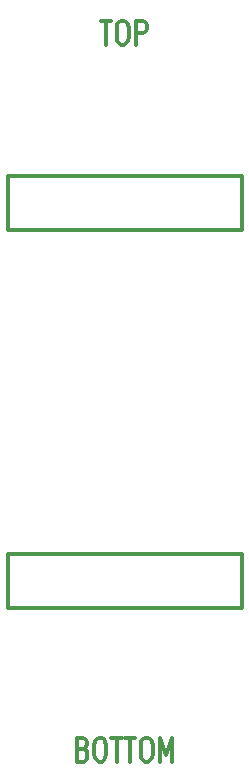
<source format=gbo>
G04 (created by PCBNEW-RS274X (2011-aug-04)-testing) date Sun 07 Apr 2013 12:32:43 PM PDT*
G01*
G70*
G90*
%MOIN*%
G04 Gerber Fmt 3.4, Leading zero omitted, Abs format*
%FSLAX34Y34*%
G04 APERTURE LIST*
%ADD10C,0.006000*%
%ADD11C,0.012000*%
G04 APERTURE END LIST*
G54D10*
G54D11*
X24913Y-44505D02*
X24999Y-44543D01*
X25027Y-44581D01*
X25056Y-44657D01*
X25056Y-44771D01*
X25027Y-44848D01*
X24999Y-44886D01*
X24941Y-44924D01*
X24713Y-44924D01*
X24713Y-44124D01*
X24913Y-44124D01*
X24970Y-44162D01*
X24999Y-44200D01*
X25027Y-44276D01*
X25027Y-44352D01*
X24999Y-44429D01*
X24970Y-44467D01*
X24913Y-44505D01*
X24713Y-44505D01*
X25427Y-44124D02*
X25541Y-44124D01*
X25599Y-44162D01*
X25656Y-44238D01*
X25684Y-44390D01*
X25684Y-44657D01*
X25656Y-44810D01*
X25599Y-44886D01*
X25541Y-44924D01*
X25427Y-44924D01*
X25370Y-44886D01*
X25313Y-44810D01*
X25284Y-44657D01*
X25284Y-44390D01*
X25313Y-44238D01*
X25370Y-44162D01*
X25427Y-44124D01*
X25856Y-44124D02*
X26199Y-44124D01*
X26028Y-44924D02*
X26028Y-44124D01*
X26313Y-44124D02*
X26656Y-44124D01*
X26485Y-44924D02*
X26485Y-44124D01*
X26970Y-44124D02*
X27084Y-44124D01*
X27142Y-44162D01*
X27199Y-44238D01*
X27227Y-44390D01*
X27227Y-44657D01*
X27199Y-44810D01*
X27142Y-44886D01*
X27084Y-44924D01*
X26970Y-44924D01*
X26913Y-44886D01*
X26856Y-44810D01*
X26827Y-44657D01*
X26827Y-44390D01*
X26856Y-44238D01*
X26913Y-44162D01*
X26970Y-44124D01*
X27485Y-44924D02*
X27485Y-44124D01*
X27685Y-44695D01*
X27885Y-44124D01*
X27885Y-44924D01*
X25513Y-20224D02*
X25856Y-20224D01*
X25685Y-21024D02*
X25685Y-20224D01*
X26170Y-20224D02*
X26284Y-20224D01*
X26342Y-20262D01*
X26399Y-20338D01*
X26427Y-20490D01*
X26427Y-20757D01*
X26399Y-20910D01*
X26342Y-20986D01*
X26284Y-21024D01*
X26170Y-21024D01*
X26113Y-20986D01*
X26056Y-20910D01*
X26027Y-20757D01*
X26027Y-20490D01*
X26056Y-20338D01*
X26113Y-20262D01*
X26170Y-20224D01*
X26685Y-21024D02*
X26685Y-20224D01*
X26913Y-20224D01*
X26971Y-20262D01*
X26999Y-20300D01*
X27028Y-20376D01*
X27028Y-20490D01*
X26999Y-20567D01*
X26971Y-20605D01*
X26913Y-20643D01*
X26685Y-20643D01*
X22399Y-39798D02*
X22399Y-37998D01*
X22399Y-37998D02*
X30199Y-37998D01*
X30199Y-37998D02*
X30199Y-39798D01*
X30199Y-39798D02*
X22399Y-39798D01*
X22399Y-27199D02*
X22399Y-25399D01*
X22399Y-25399D02*
X30199Y-25399D01*
X30199Y-25399D02*
X30199Y-27199D01*
X30199Y-27199D02*
X22399Y-27199D01*
M02*

</source>
